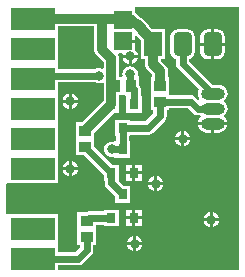
<source format=gtl>
G04 Layer_Physical_Order=1*
G04 Layer_Color=25308*
%FSLAX25Y25*%
%MOIN*%
G70*
G01*
G75*
%ADD10R,0.06102X0.05906*%
%ADD11R,0.03150X0.03543*%
%ADD12R,0.04134X0.03543*%
%ADD13R,0.03543X0.04134*%
%ADD14R,0.15000X0.07600*%
%ADD15C,0.02400*%
%ADD16C,0.03200*%
%ADD17R,0.06000X0.08000*%
G04:AMPARAMS|DCode=18|XSize=60mil|YSize=80mil|CornerRadius=15mil|HoleSize=0mil|Usage=FLASHONLY|Rotation=0.000|XOffset=0mil|YOffset=0mil|HoleType=Round|Shape=RoundedRectangle|*
%AMROUNDEDRECTD18*
21,1,0.06000,0.05000,0,0,0.0*
21,1,0.03000,0.08000,0,0,0.0*
1,1,0.03000,0.01500,-0.02500*
1,1,0.03000,-0.01500,-0.02500*
1,1,0.03000,-0.01500,0.02500*
1,1,0.03000,0.01500,0.02500*
%
%ADD18ROUNDEDRECTD18*%
%ADD19O,0.07874X0.03937*%
%ADD20O,0.07874X0.03937*%
%ADD21C,0.03150*%
G36*
X30378Y74776D02*
X30378Y74776D01*
X30467Y74097D01*
X30729Y73465D01*
X31146Y72922D01*
X33637Y70430D01*
Y68563D01*
X33137Y68316D01*
X32672Y68508D01*
X32000Y68597D01*
X31328Y68508D01*
X30702Y68249D01*
X30694Y68243D01*
X18854D01*
X18500Y68597D01*
Y69700D01*
X18500Y69800D01*
Y70000D01*
Y70200D01*
X18500Y70300D01*
Y79700D01*
X18500Y79800D01*
Y80000D01*
Y80200D01*
X18500Y80300D01*
Y82378D01*
X30378D01*
Y74776D01*
D02*
G37*
G36*
X78929Y1071D02*
X18500D01*
Y2757D01*
X25157D01*
X26016Y2928D01*
X26744Y3414D01*
X29586Y6256D01*
X30072Y6984D01*
X30243Y7842D01*
Y9571D01*
X31067D01*
Y14886D01*
Y16320D01*
X33685D01*
Y15791D01*
X38835D01*
Y21335D01*
X33685D01*
Y20806D01*
X28905D01*
X28047Y20635D01*
X27738Y20429D01*
X24933D01*
Y14886D01*
Y9571D01*
X25757D01*
Y8772D01*
X24228Y7243D01*
X18854D01*
X18500Y7597D01*
Y9700D01*
X18500Y9800D01*
Y10000D01*
Y10200D01*
X18500Y10300D01*
Y19800D01*
X1571D01*
X1500Y19800D01*
X1071Y19970D01*
Y30030D01*
X1500Y30200D01*
X1571Y30200D01*
X18500D01*
Y39700D01*
X18500Y39800D01*
Y40000D01*
Y40200D01*
X18500Y40300D01*
Y49700D01*
X18500Y49800D01*
Y50000D01*
Y50200D01*
X18500Y50300D01*
Y59700D01*
X18500Y59800D01*
Y60000D01*
Y60200D01*
X18500Y60300D01*
Y63757D01*
X30694D01*
X30702Y63751D01*
X31328Y63491D01*
X32000Y63403D01*
X32672Y63491D01*
X33137Y63684D01*
X33637Y63437D01*
Y57523D01*
X26543Y50429D01*
X24433D01*
Y44886D01*
Y39571D01*
X27080D01*
X33685Y32966D01*
Y30791D01*
X34017D01*
Y30177D01*
X34187Y29319D01*
X34674Y28591D01*
X37425Y25840D01*
Y23665D01*
X42575D01*
Y29209D01*
X40401D01*
X39157Y30452D01*
X38835Y30791D01*
X38835D01*
X38835Y30791D01*
Y36335D01*
X36660D01*
X30567Y42428D01*
Y44886D01*
Y47035D01*
X37197Y53665D01*
X38835D01*
Y56075D01*
X38882Y56437D01*
X38882Y56437D01*
Y59433D01*
X40758D01*
X41165Y59209D01*
Y53665D01*
X46315D01*
Y59209D01*
X45983D01*
Y61417D01*
X45812Y62276D01*
X45429Y62849D01*
Y65567D01*
X45391D01*
X45040Y66067D01*
X45097Y66500D01*
X45009Y67172D01*
X44749Y67799D01*
X44336Y68336D01*
X43799Y68749D01*
X43172Y69008D01*
X42500Y69097D01*
X41828Y69008D01*
X41201Y68749D01*
X40664Y68336D01*
X40251Y67799D01*
X39992Y67172D01*
X39903Y66500D01*
X39960Y66067D01*
X39609Y65567D01*
X38882D01*
Y71904D01*
X38793Y72583D01*
X38618Y73004D01*
X38895Y73504D01*
X39650D01*
X39969Y73004D01*
X39969Y73000D01*
X45031D01*
X45009Y73172D01*
X44749Y73799D01*
X44336Y74336D01*
X44051Y74555D01*
Y76957D01*
X40000D01*
Y77957D01*
X44051D01*
Y79062D01*
X44447Y79232D01*
X44551Y79240D01*
X46000Y77791D01*
Y71500D01*
X47378D01*
Y70000D01*
X47378Y70000D01*
X47467Y69321D01*
X47729Y68689D01*
X48146Y68146D01*
X49878Y66414D01*
Y65429D01*
X49433D01*
Y59886D01*
Y54571D01*
X50257D01*
Y53429D01*
X47634Y50806D01*
X42575D01*
Y51335D01*
X37425D01*
Y45791D01*
X37757D01*
Y44571D01*
X37425Y44209D01*
Y44209D01*
X36925Y43970D01*
X36437Y44034D01*
X35765Y43946D01*
X35138Y43686D01*
X34601Y43273D01*
X34188Y42735D01*
X33928Y42109D01*
X33840Y41437D01*
X33928Y40765D01*
X34188Y40139D01*
X34601Y39601D01*
X35138Y39188D01*
X35765Y38928D01*
X36437Y38840D01*
X36925Y38904D01*
X37425Y38665D01*
Y38665D01*
X42575D01*
Y44209D01*
X42243D01*
Y45791D01*
X42575D01*
Y46320D01*
X48563D01*
X49421Y46491D01*
X50149Y46977D01*
X54086Y50914D01*
X54572Y51642D01*
X54743Y52500D01*
Y54571D01*
X55567D01*
Y55099D01*
X61728D01*
X63414Y53414D01*
X64142Y52928D01*
X65000Y52757D01*
X65927D01*
X66088Y52349D01*
Y52250D01*
X65914Y52117D01*
X65438Y51497D01*
X65139Y50775D01*
X65103Y50500D01*
X74897D01*
X74861Y50775D01*
X74562Y51497D01*
X74086Y52117D01*
X73913Y52250D01*
Y52750D01*
X74086Y52883D01*
X74562Y53503D01*
X74861Y54225D01*
X74963Y55000D01*
X74861Y55775D01*
X74562Y56497D01*
X74086Y57117D01*
X73913Y57250D01*
Y57750D01*
X74086Y57883D01*
X74562Y58503D01*
X74861Y59225D01*
X74963Y60000D01*
X74861Y60775D01*
X74562Y61497D01*
X74086Y62117D01*
X73466Y62593D01*
X72743Y62892D01*
X71969Y62994D01*
X70178D01*
X62243Y70929D01*
Y71599D01*
X62476Y71645D01*
X63302Y72198D01*
X63855Y73024D01*
X64049Y74000D01*
Y79000D01*
X63855Y79975D01*
X63302Y80802D01*
X62476Y81355D01*
X61500Y81549D01*
X58500D01*
X57525Y81355D01*
X56698Y80802D01*
X56145Y79975D01*
X55951Y79000D01*
Y74000D01*
X56145Y73024D01*
X56698Y72198D01*
X57525Y71645D01*
X57757Y71599D01*
Y70000D01*
X57928Y69142D01*
X58414Y68414D01*
X65407Y61421D01*
X65139Y60775D01*
X65037Y60000D01*
X65139Y59225D01*
X65438Y58503D01*
X65643Y58236D01*
X65267Y57906D01*
X64244Y58929D01*
X63516Y59415D01*
X62657Y59586D01*
X55567D01*
Y59886D01*
Y65429D01*
X55122D01*
Y67500D01*
X55033Y68179D01*
X54771Y68811D01*
X54354Y69354D01*
X54354Y69354D01*
X52709Y71000D01*
X52831Y71500D01*
X54000D01*
Y81500D01*
X49709D01*
X48851Y82358D01*
X48651Y82841D01*
X48234Y83384D01*
X48234Y83384D01*
X46711Y84907D01*
X46168Y85324D01*
X45685Y85524D01*
X44354Y86854D01*
X44051Y87087D01*
Y88496D01*
X44051D01*
X44212Y88929D01*
X78929D01*
Y1071D01*
D02*
G37*
%LPC*%
G36*
X53531Y29500D02*
X51500D01*
Y27469D01*
X51672Y27492D01*
X52298Y27751D01*
X52836Y28164D01*
X53249Y28701D01*
X53509Y29328D01*
X53531Y29500D01*
D02*
G37*
G36*
X50500D02*
X48469D01*
X48491Y29328D01*
X48751Y28701D01*
X49164Y28164D01*
X49701Y27751D01*
X50328Y27492D01*
X50500Y27469D01*
Y29500D01*
D02*
G37*
G36*
X43240Y21335D02*
X41165D01*
Y19063D01*
X43240D01*
Y21335D01*
D02*
G37*
G36*
X46315D02*
X44240D01*
Y19063D01*
X46315D01*
Y21335D01*
D02*
G37*
G36*
Y33063D02*
X44240D01*
Y30791D01*
X46315D01*
Y33063D01*
D02*
G37*
G36*
X22000Y34500D02*
X19969D01*
X19992Y34328D01*
X20251Y33702D01*
X20664Y33164D01*
X21202Y32751D01*
X21828Y32491D01*
X22000Y32469D01*
Y34500D01*
D02*
G37*
G36*
X25031D02*
X23000D01*
Y32469D01*
X23172Y32491D01*
X23799Y32751D01*
X24336Y33164D01*
X24749Y33702D01*
X25008Y34328D01*
X25031Y34500D01*
D02*
G37*
G36*
X50500Y32531D02*
X50328Y32509D01*
X49701Y32249D01*
X49164Y31836D01*
X48751Y31299D01*
X48491Y30672D01*
X48469Y30500D01*
X50500D01*
Y32531D01*
D02*
G37*
G36*
X51500D02*
Y30500D01*
X53531D01*
X53509Y30672D01*
X53249Y31299D01*
X52836Y31836D01*
X52298Y32249D01*
X51672Y32509D01*
X51500Y32531D01*
D02*
G37*
G36*
X43240Y33063D02*
X41165D01*
Y30791D01*
X43240D01*
Y33063D01*
D02*
G37*
G36*
X44500Y12531D02*
Y10500D01*
X46531D01*
X46508Y10672D01*
X46249Y11299D01*
X45836Y11836D01*
X45298Y12249D01*
X44672Y12508D01*
X44500Y12531D01*
D02*
G37*
G36*
X69000Y17500D02*
X66969D01*
X66992Y17328D01*
X67251Y16702D01*
X67664Y16164D01*
X68202Y15751D01*
X68828Y15492D01*
X69000Y15469D01*
Y17500D01*
D02*
G37*
G36*
X43500Y12531D02*
X43328Y12508D01*
X42702Y12249D01*
X42164Y11836D01*
X41751Y11299D01*
X41491Y10672D01*
X41469Y10500D01*
X43500D01*
Y12531D01*
D02*
G37*
G36*
Y9500D02*
X41469D01*
X41491Y9328D01*
X41751Y8702D01*
X42164Y8164D01*
X42702Y7751D01*
X43328Y7491D01*
X43500Y7469D01*
Y9500D01*
D02*
G37*
G36*
X46531D02*
X44500D01*
Y7469D01*
X44672Y7491D01*
X45298Y7751D01*
X45836Y8164D01*
X46249Y8702D01*
X46508Y9328D01*
X46531Y9500D01*
D02*
G37*
G36*
X69000Y20531D02*
X68828Y20508D01*
X68202Y20249D01*
X67664Y19836D01*
X67251Y19298D01*
X66992Y18672D01*
X66969Y18500D01*
X69000D01*
Y20531D01*
D02*
G37*
G36*
X70000D02*
Y18500D01*
X72031D01*
X72009Y18672D01*
X71749Y19298D01*
X71336Y19836D01*
X70798Y20249D01*
X70172Y20508D01*
X70000Y20531D01*
D02*
G37*
G36*
X46315Y18063D02*
X44240D01*
Y15791D01*
X46315D01*
Y18063D01*
D02*
G37*
G36*
X72031Y17500D02*
X70000D01*
Y15469D01*
X70172Y15492D01*
X70798Y15751D01*
X71336Y16164D01*
X71749Y16702D01*
X72009Y17328D01*
X72031Y17500D01*
D02*
G37*
G36*
X43240Y18063D02*
X41165D01*
Y15791D01*
X43240D01*
Y18063D01*
D02*
G37*
G36*
X23000Y60031D02*
Y58000D01*
X25031D01*
X25008Y58172D01*
X24749Y58798D01*
X24336Y59336D01*
X23799Y59749D01*
X23172Y60009D01*
X23000Y60031D01*
D02*
G37*
G36*
X42000Y72000D02*
X39969D01*
X39992Y71828D01*
X40251Y71201D01*
X40664Y70664D01*
X41201Y70251D01*
X41828Y69991D01*
X42000Y69969D01*
Y72000D01*
D02*
G37*
G36*
X22000Y60031D02*
X21828Y60009D01*
X21202Y59749D01*
X20664Y59336D01*
X20251Y58798D01*
X19992Y58172D01*
X19969Y58000D01*
X22000D01*
Y60031D01*
D02*
G37*
G36*
Y57000D02*
X19969D01*
X19992Y56828D01*
X20251Y56201D01*
X20664Y55664D01*
X21202Y55251D01*
X21828Y54992D01*
X22000Y54969D01*
Y57000D01*
D02*
G37*
G36*
X25031D02*
X23000D01*
Y54969D01*
X23172Y54992D01*
X23799Y55251D01*
X24336Y55664D01*
X24749Y56201D01*
X25008Y56828D01*
X25031Y57000D01*
D02*
G37*
G36*
X69500Y81549D02*
X68500D01*
X67524Y81355D01*
X66698Y80802D01*
X66145Y79975D01*
X65951Y79000D01*
Y77000D01*
X69500D01*
Y81549D01*
D02*
G37*
G36*
X71500D02*
X70500D01*
Y77000D01*
X74049D01*
Y79000D01*
X73855Y79975D01*
X73302Y80802D01*
X72475Y81355D01*
X71500Y81549D01*
D02*
G37*
G36*
X74049Y76000D02*
X70500D01*
Y71451D01*
X71500D01*
X72475Y71645D01*
X73302Y72198D01*
X73855Y73024D01*
X74049Y74000D01*
Y76000D01*
D02*
G37*
G36*
X45031Y72000D02*
X43000D01*
Y69969D01*
X43172Y69991D01*
X43799Y70251D01*
X44336Y70664D01*
X44749Y71201D01*
X45009Y71828D01*
X45031Y72000D01*
D02*
G37*
G36*
X69500Y76000D02*
X65951D01*
Y74000D01*
X66145Y73024D01*
X66698Y72198D01*
X67524Y71645D01*
X68500Y71451D01*
X69500D01*
Y76000D01*
D02*
G37*
G36*
X23000Y37531D02*
Y35500D01*
X25031D01*
X25008Y35672D01*
X24749Y36298D01*
X24336Y36836D01*
X23799Y37249D01*
X23172Y37508D01*
X23000Y37531D01*
D02*
G37*
G36*
X59500Y44500D02*
X57469D01*
X57491Y44328D01*
X57751Y43701D01*
X58164Y43164D01*
X58701Y42751D01*
X59328Y42491D01*
X59500Y42469D01*
Y44500D01*
D02*
G37*
G36*
X22000Y37531D02*
X21828Y37508D01*
X21202Y37249D01*
X20664Y36836D01*
X20251Y36298D01*
X19992Y35672D01*
X19969Y35500D01*
X22000D01*
Y37531D01*
D02*
G37*
G36*
X43240Y36335D02*
X41165D01*
Y34063D01*
X43240D01*
Y36335D01*
D02*
G37*
G36*
X46315D02*
X44240D01*
Y34063D01*
X46315D01*
Y36335D01*
D02*
G37*
G36*
X69500Y49500D02*
X65103D01*
X65139Y49225D01*
X65438Y48503D01*
X65914Y47883D01*
X66534Y47407D01*
X67257Y47108D01*
X68032Y47006D01*
X69500D01*
Y49500D01*
D02*
G37*
G36*
X74897D02*
X70500D01*
Y47006D01*
X71969D01*
X72743Y47108D01*
X73466Y47407D01*
X74086Y47883D01*
X74562Y48503D01*
X74861Y49225D01*
X74897Y49500D01*
D02*
G37*
G36*
X60500Y47531D02*
Y45500D01*
X62531D01*
X62508Y45672D01*
X62249Y46299D01*
X61836Y46836D01*
X61299Y47249D01*
X60672Y47508D01*
X60500Y47531D01*
D02*
G37*
G36*
X62531Y44500D02*
X60500D01*
Y42469D01*
X60672Y42491D01*
X61299Y42751D01*
X61836Y43164D01*
X62249Y43701D01*
X62508Y44328D01*
X62531Y44500D01*
D02*
G37*
G36*
X59500Y47531D02*
X59328Y47508D01*
X58701Y47249D01*
X58164Y46836D01*
X57751Y46299D01*
X57491Y45672D01*
X57469Y45500D01*
X59500D01*
Y47531D01*
D02*
G37*
%LPD*%
D10*
X40000Y77457D02*
D03*
Y84543D02*
D03*
D11*
Y26437D02*
D03*
X43740Y18563D02*
D03*
X36260D02*
D03*
X40000Y41437D02*
D03*
X43740Y33563D02*
D03*
X36260D02*
D03*
X40000Y48563D02*
D03*
X36260Y56437D02*
D03*
X43740D02*
D03*
D12*
X28000Y12342D02*
D03*
Y17658D02*
D03*
X27500Y47657D02*
D03*
Y42342D02*
D03*
X52500Y62657D02*
D03*
Y57342D02*
D03*
D13*
X37343Y62500D02*
D03*
X42658D02*
D03*
D14*
X10000Y5000D02*
D03*
Y15000D02*
D03*
Y85000D02*
D03*
Y75000D02*
D03*
Y65000D02*
D03*
Y55000D02*
D03*
Y45000D02*
D03*
Y35000D02*
D03*
D15*
X42500Y62500D02*
Y66500D01*
X11000Y66000D02*
X32000D01*
X43740Y56437D02*
Y61417D01*
X42658Y62500D02*
X43740Y61417D01*
X40000Y48563D02*
X48563D01*
X52500Y52500D01*
Y57342D01*
X60000Y70000D02*
Y77500D01*
Y70000D02*
X70000Y60000D01*
X52500Y57342D02*
X62657D01*
X65000Y55000D01*
X70000D01*
X40000Y41437D02*
Y48563D01*
X36260Y30177D02*
Y33563D01*
Y30177D02*
X40000Y26437D01*
X10000Y5000D02*
X25157D01*
X42500Y62500D02*
X42658D01*
X27500Y42323D02*
X36260Y33563D01*
X36437Y41437D02*
X40000D01*
X10000Y65000D02*
X11000Y66000D01*
X28905Y18563D02*
X36260D01*
X28000Y17658D02*
X28905Y18563D01*
X28000Y7842D02*
Y12342D01*
X25157Y5000D02*
X28000Y7842D01*
D16*
X33000Y74776D02*
X35872Y71904D01*
X36260D01*
Y56437D02*
Y71904D01*
X27500Y47657D02*
Y47677D01*
X52500Y62657D02*
Y67500D01*
X50000Y70000D02*
Y77500D01*
Y70000D02*
X52500Y67500D01*
X27500Y47677D02*
X36260Y56437D01*
X42500Y85000D02*
X44447Y83053D01*
X44857D01*
X46380Y81530D01*
Y81121D02*
Y81530D01*
Y81121D02*
X50000Y77500D01*
X10000Y85000D02*
X33000D01*
X42500D01*
X33000Y74776D02*
Y85000D01*
D17*
X50000Y76500D02*
D03*
D18*
X60000D02*
D03*
X70000D02*
D03*
D19*
Y60000D02*
D03*
Y50000D02*
D03*
D20*
Y55000D02*
D03*
D21*
X42500Y66500D02*
D03*
X32000Y66000D02*
D03*
X42500Y72500D02*
D03*
X36437Y41437D02*
D03*
X69500Y18000D02*
D03*
X44000Y10000D02*
D03*
X51000Y30000D02*
D03*
X60000Y45000D02*
D03*
X22500Y57500D02*
D03*
Y35000D02*
D03*
M02*

</source>
